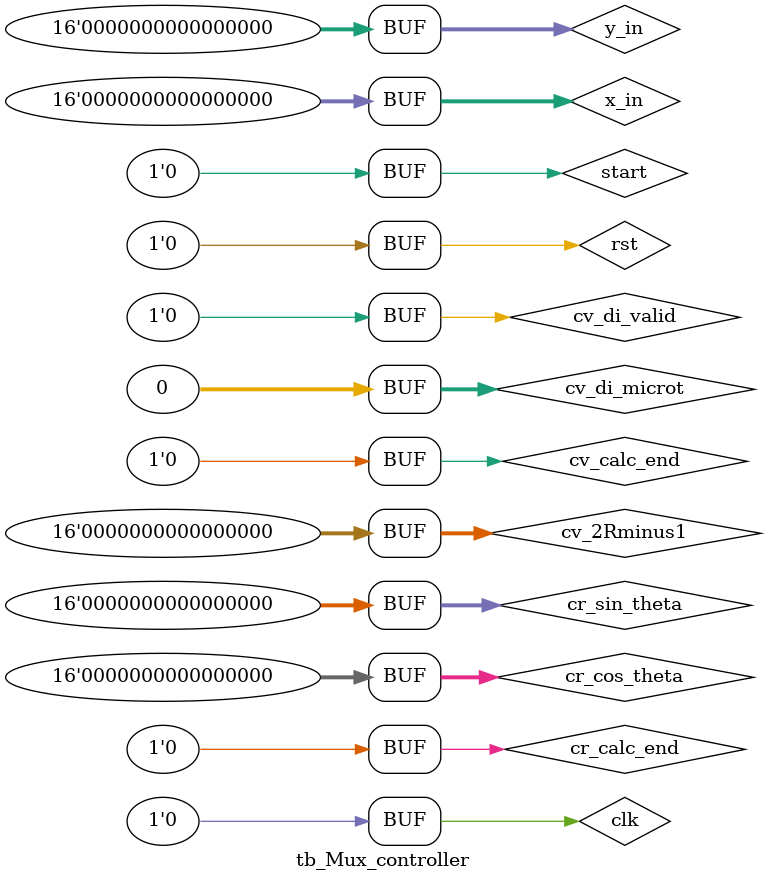
<source format=v>
`timescale 1ns / 1ps


module tb_Mux_controller;

	// Inputs
	reg clk;
	reg rst;
	reg [15:0] x_in;
	reg [15:0] y_in;
	reg start;
	reg cv_calc_end;
	reg cr_calc_end;
	reg cv_di_valid;
	reg [31:0] cv_di_microt;
	reg [15:0] cv_2Rminus1;
	reg [15:0] cr_cos_theta;
	reg [15:0] cr_sin_theta;

	// Outputs
	wire [31:0] cr_di_microt;
	wire start_cv;
	wire start_cr;
	wire [15:0] xin_cv;
	wire [15:0] yin_cv;
	wire [15:0] yn_cv;
	wire [15:0] xin_cr;
	wire [15:0] yin_cr;
	wire [15:0] cmplx_sqrt_real;
	wire [15:0] cmplx_sqrt_imag;
	wire cmplx_sqrt_valid;

	// Instantiate the Unit Under Test (UUT)
	Mux_Controller uut (
		.clk(clk), 
		.rst(rst), 
		.x_in(x_in), 
		.y_in(y_in), 
		.start(start), 
		.cv_calc_end(cv_calc_end), 
		.cr_calc_end(cr_calc_end), 
		.cv_di_valid(cv_di_valid), 
		.cv_di_microt(cv_di_microt), 
		.cv_2Rminus1(cv_2Rminus1), 
		.cr_cos_theta(cr_cos_theta), 
		.cr_sin_theta(cr_sin_theta), 
		.cr_di_microt(cr_di_microt), 
		.start_cv(start_cv), 
		.start_cr(start_cr), 
		.xin_cv(xin_cv), 
		.yin_cv(yin_cv), 
		.yn_cv(yn_cv), 
		.xin_cr(xin_cr), 
		.yin_cr(yin_cr), 
		.cmplx_sqrt_real(cmplx_sqrt_real), 
		.cmplx_sqrt_imag(cmplx_sqrt_imag), 
		.cmplx_sqrt_valid(cmplx_sqrt_valid)
	);

	initial begin
		// Initialize Inputs
		clk = 0;
		rst = 0;
		x_in = 0;
		y_in = 0;
		start = 0;
		cv_calc_end = 0;
		cr_calc_end = 0;
		cv_di_valid = 0;
		cv_di_microt = 0;
		cv_2Rminus1 = 0;
		cr_cos_theta = 0;
		cr_sin_theta = 0;

		// Wait 100 ns for global reset to finish
		#100;
        
		// Add stimulus here

	end
      
endmodule


</source>
